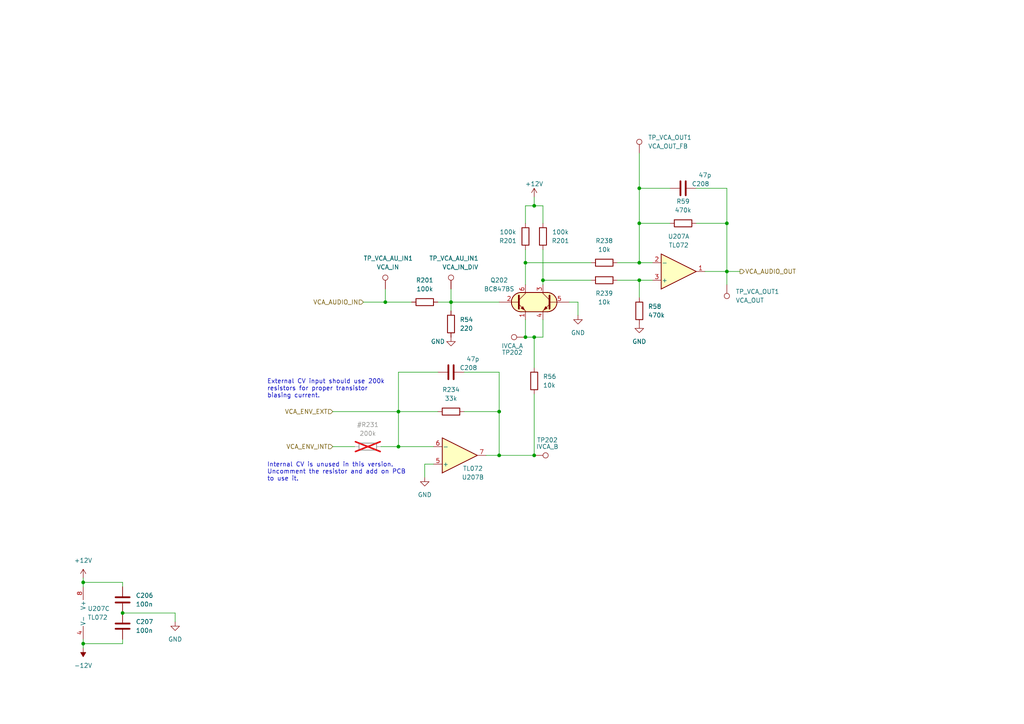
<source format=kicad_sch>
(kicad_sch (version 20231120) (generator "eeschema") (generator_version "8.0")
  (paper "A4")
  (title_block (title "VCA"))
  (lib_symbols
    (symbol "+12V_1" (power) (pin_names (offset 0))
      (property "Value" "+12V_1" (at 0 3.556 0))
      (symbol "+12V_1_0_1"
        (polyline (pts (xy -0.762 1.27) (xy 0 2.54)))
        (polyline (pts (xy 0 0) (xy 0 2.54)))
        (polyline (pts (xy 0 2.54) (xy 0.762 1.27)))
      )
      (symbol "+12V_1_1_1"
        (pin power_in line (at 0 0 90) (length 0) hide (name "+12V") (number "1"))
      )
    )
    (symbol "Amplifier_Operational:TL072" (pin_names (offset 0.127))
      (property "Reference" "U" (at 0 5.08 0))
      (property "Value" "TL072" (at 0 -5.08 0))
      (symbol "TL072_1_1"
        (polyline (pts (xy -5.08 5.08) (xy 5.08 0) (xy -5.08 -5.08) (xy -5.08 5.08)) (stroke (width 0.254)) (fill (type background)))
        (pin output line (at 7.62 0 180) (length 2.54) (name "~") (number "1"))
        (pin input line (at -7.62 -2.54 0) (length 2.54) (name "-") (number "2"))
        (pin input line (at -7.62 2.54 0) (length 2.54) (name "+") (number "3"))
      )
      (symbol "TL072_2_1"
        (polyline (pts (xy -5.08 5.08) (xy 5.08 0) (xy -5.08 -5.08) (xy -5.08 5.08)) (stroke (width 0.254)) (fill (type background)))
        (pin input line (at -7.62 2.54 0) (length 2.54) (name "+") (number "5"))
        (pin input line (at -7.62 -2.54 0) (length 2.54) (name "-") (number "6"))
        (pin output line (at 7.62 0 180) (length 2.54) (name "~") (number "7"))
      )
      (symbol "TL072_3_1"
        (pin power_in line (at -2.54 -7.62 90) (length 3.81) (name "V-") (number "4"))
        (pin power_in line (at -2.54 7.62 270) (length 3.81) (name "V+") (number "8"))
      )
    )
    (symbol "Connector:TestPoint" (pin_numbers hide) (pin_names (offset 0.762) hide)
      (property "Reference" "TP" (at 0 6.858 0))
      (property "Value" "TestPoint" (at 0 5.08 0))
      (symbol "TestPoint_0_1"
        (circle (center 0 3.302) (radius 0.762))
      )
      (symbol "TestPoint_1_1"
        (pin passive line (at 0 0 90) (length 2.54) (name "1") (number "1"))
      )
    )
    (symbol "Device:C" (pin_numbers hide) (pin_names (offset 0.254))
      (property "Reference" "C" (at 0.635 2.54 0))
      (property "Value" "C" (at 0.635 -2.54 0))
      (symbol "C_0_1"
        (polyline (pts (xy -2.032 -0.762) (xy 2.032 -0.762)) (stroke (width 0.508)))
        (polyline (pts (xy -2.032 0.762) (xy 2.032 0.762)) (stroke (width 0.508)))
      )
      (symbol "C_1_1"
        (pin passive line (at 0 3.81 270) (length 2.794) (name "~") (number "1"))
        (pin passive line (at 0 -3.81 90) (length 2.794) (name "~") (number "2"))
      )
    )
    (symbol "Device:R" (pin_numbers hide) (pin_names (offset 0))
      (property "Reference" "R" (at 2.032 0 90))
      (property "Value" "R" (at 0 0 90))
      (symbol "R_0_1"
        (rectangle (start -1.016 -2.54) (end 1.016 2.54) (stroke (width 0.254)))
      )
      (symbol "R_1_1"
        (pin passive line (at 0 3.81 270) (length 1.27) (name "~") (number "1"))
        (pin passive line (at 0 -3.81 90) (length 1.27) (name "~") (number "2"))
      )
    )
    (symbol "GND_2" (power) (pin_names (offset 0))
      (property "Value" "GND_2" (at 0 -3.81 0))
      (symbol "GND_2_0_1"
        (polyline (pts (xy 0 0) (xy 0 -1.27) (xy 1.27 -1.27) (xy 0 -2.54) (xy -1.27 -1.27) (xy 0 -1.27)))
      )
      (symbol "GND_2_1_1"
        (pin power_in line (at 0 0 270) (length 0) hide (name "GND") (number "1"))
      )
    )
    (symbol "GND_3" (power) (pin_names (offset 0))
      (property "Value" "GND_3" (at 0 -3.81 0))
      (symbol "GND_3_0_1"
        (polyline (pts (xy 0 0) (xy 0 -1.27) (xy 1.27 -1.27) (xy 0 -2.54) (xy -1.27 -1.27) (xy 0 -1.27)))
      )
      (symbol "GND_3_1_1"
        (pin power_in line (at 0 0 270) (length 0) hide (name "GND") (number "1"))
      )
    )
    (symbol "GND_4" (power) (pin_names (offset 0))
      (property "Value" "GND_4" (at 0 -3.81 0))
      (symbol "GND_4_0_1"
        (polyline (pts (xy 0 0) (xy 0 -1.27) (xy 1.27 -1.27) (xy 0 -2.54) (xy -1.27 -1.27) (xy 0 -1.27)))
      )
      (symbol "GND_4_1_1"
        (pin power_in line (at 0 0 270) (length 0) hide (name "GND") (number "1"))
      )
    )
    (symbol "PCM_Transistor_BJT_AKL:BC847BS" (pin_names (offset 1.016) hide)
      (property "Reference" "Q" (at 0 15.24 0))
      (property "Value" "BC847BS" (at 0 12.7 0))
      (symbol "BC847BS_0_1"
        (arc (start -3.81 2.794) (mid -6.5919 0) (end -3.81 -2.794) (stroke (width 0.254)) (fill (type background)))
        (polyline (pts (xy -3.81 2.794) (xy 3.81 2.794)) (stroke (width 0.254)))
        (polyline (pts (xy 3.81 -2.794) (xy -3.81 -2.794)) (stroke (width 0.254)))
        (polyline (pts (xy 3.81 2.794) (xy -4.064 2.794) (xy -5.334 2.286) (xy -6.096 1.524) (xy -6.604 0.635) (xy -6.604 -0.508) (xy -6.096 -1.651) (xy -5.334 -2.413) (xy -4.064 -2.794) (xy 4.064 -2.794) (xy 5.334 -2.286) (xy 6.223 -1.397) (xy 6.604 -0.381) (xy 6.35 1.143) (xy 5.461 2.286) (xy 3.937 2.794) (xy 3.429 2.794) (xy 3.048 2.794)) (stroke (width 0.0254)) (fill (type background)))
      )
      (symbol "BC847BS_1_1"
        (polyline (pts (xy -4.445 0.635) (xy -2.54 2.54)))
        (polyline (pts (xy 4.445 0.635) (xy 2.54 2.54)))
        (polyline (pts (xy -4.445 -0.635) (xy -2.54 -2.54) (xy -2.54 -2.54)))
        (polyline (pts (xy -4.445 1.905) (xy -4.445 -1.905) (xy -4.445 -1.905)) (stroke (width 0.508)))
        (polyline (pts (xy 4.445 -0.635) (xy 2.54 -2.54) (xy 2.54 -2.54)))
        (polyline (pts (xy 4.445 1.905) (xy 4.445 -1.905) (xy 4.445 -1.905)) (stroke (width 0.508)))
        (polyline (pts (xy -3.81 -1.778) (xy -3.302 -1.27) (xy -2.794 -2.286) (xy -3.81 -1.778) (xy -3.81 -1.778)) (fill (type outline)))
        (polyline (pts (xy 3.81 -1.778) (xy 3.302 -1.27) (xy 2.794 -2.286) (xy 3.81 -1.778) (xy 3.81 -1.778)) (fill (type outline)))
        (arc (start 3.81 -2.794) (mid 6.5919 0) (end 3.81 2.794) (stroke (width 0.254)))
        (pin passive line (at -2.54 -5.08 90) (length 2.54) (name "E1") (number "1"))
        (pin input line (at -10.16 0 0) (length 5.715) (name "B1") (number "2"))
        (pin passive line (at 2.54 5.08 270) (length 2.54) (name "C2") (number "3"))
        (pin passive line (at 2.54 -5.08 90) (length 2.54) (name "E2") (number "4"))
        (pin input line (at 10.16 0 180) (length 5.715) (name "B2") (number "5"))
        (pin passive line (at -2.54 5.08 270) (length 2.54) (name "C1") (number "6"))
      )
    )
    (symbol "power:+12V" (power) (pin_names (offset 0))
      (property "Value" "+12V" (at 0 3.556 0))
      (symbol "+12V_0_1"
        (polyline (pts (xy -0.762 1.27) (xy 0 2.54)))
        (polyline (pts (xy 0 0) (xy 0 2.54)))
        (polyline (pts (xy 0 2.54) (xy 0.762 1.27)))
      )
      (symbol "+12V_1_1"
        (pin power_in line (at 0 0 90) (length 0) hide (name "+12V") (number "1"))
      )
    )
    (symbol "power:-12V" (power) (pin_names (offset 0))
      (property "Value" "-12V" (at 0 3.81 0))
      (symbol "-12V_0_0"
        (pin power_in line (at 0 0 90) (length 0) hide (name "-12V") (number "1"))
      )
      (symbol "-12V_0_1"
        (polyline (pts (xy 0 0) (xy 0 1.27) (xy 0.762 1.27) (xy 0 2.54) (xy -0.762 1.27) (xy 0 1.27)) (fill (type outline)))
      )
    )
    (symbol "power:GND" (power) (pin_names (offset 0))
      (property "Value" "GND" (at 0 -3.81 0))
      (symbol "GND_0_1"
        (polyline (pts (xy 0 0) (xy 0 -1.27) (xy 1.27 -1.27) (xy 0 -2.54) (xy -1.27 -1.27) (xy 0 -1.27)))
      )
      (symbol "GND_1_1"
        (pin power_in line (at 0 0 270) (length 0) hide (name "GND") (number "1"))
      )
    )
  )
  (junction (at 115.57 129.54))
  (junction (at 152.4 97.79))
  (junction (at 144.78 119.38))
  (junction (at 24.13 168.91))
  (junction (at 24.13 186.69))
  (junction (at 154.94 59.69))
  (junction (at 210.82 64.77))
  (junction (at 185.42 54.61))
  (junction (at 185.42 64.77))
  (junction (at 154.94 97.79))
  (junction (at 154.94 132.08))
  (junction (at 35.56 177.8))
  (junction (at 157.48 81.28))
  (junction (at 210.82 78.74))
  (junction (at 130.81 87.63))
  (junction (at 152.4 76.2))
  (junction (at 144.78 132.08))
  (junction (at 185.42 76.2))
  (junction (at 185.42 81.28))
  (junction (at 115.57 119.38))
  (junction (at 111.76 87.63))
  (wire (pts (xy 115.57 119.38) (xy 127 119.38)))
  (wire (pts (xy 134.62 107.95) (xy 144.78 107.95)))
  (wire (pts (xy 167.64 87.63) (xy 167.64 91.44)))
  (wire (pts (xy 144.78 119.38) (xy 144.78 132.08)))
  (wire (pts (xy 152.4 59.69) (xy 154.94 59.69)))
  (wire (pts (xy 201.93 54.61) (xy 210.82 54.61)))
  (wire (pts (xy 185.42 54.61) (xy 194.31 54.61)))
  (wire (pts (xy 50.8 177.8) (xy 35.56 177.8)))
  (wire (pts (xy 154.94 97.79) (xy 157.48 97.79)))
  (wire (pts (xy 152.4 97.79) (xy 154.94 97.79)))
  (wire (pts (xy 50.8 180.34) (xy 50.8 177.8)))
  (wire (pts (xy 185.42 76.2) (xy 189.23 76.2)))
  (wire (pts (xy 185.42 44.45) (xy 185.42 54.61)))
  (wire (pts (xy 24.13 168.91) (xy 35.56 168.91)))
  (wire (pts (xy 24.13 168.91) (xy 24.13 170.18)))
  (wire (pts (xy 152.4 59.69) (xy 152.4 64.77)))
  (wire (pts (xy 130.81 87.63) (xy 144.78 87.63)))
  (wire (pts (xy 130.81 87.63) (xy 130.81 90.17)))
  (wire (pts (xy 152.4 92.71) (xy 152.4 97.79)))
  (wire (pts (xy 96.52 119.38) (xy 115.57 119.38)))
  (wire (pts (xy 201.93 64.77) (xy 210.82 64.77)))
  (wire (pts (xy 185.42 81.28) (xy 189.23 81.28)))
  (wire (pts (xy 154.94 59.69) (xy 154.94 57.15)))
  (wire (pts (xy 24.13 167.64) (xy 24.13 168.91)))
  (wire (pts (xy 210.82 54.61) (xy 210.82 64.77)))
  (wire (pts (xy 165.1 87.63) (xy 167.64 87.63)))
  (wire (pts (xy 24.13 186.69) (xy 35.56 186.69)))
  (wire (pts (xy 110.49 129.54) (xy 115.57 129.54)))
  (wire (pts (xy 152.4 76.2) (xy 152.4 82.55)))
  (wire (pts (xy 102.87 129.54) (xy 96.52 129.54)))
  (wire (pts (xy 157.48 72.39) (xy 157.48 81.28)))
  (wire (pts (xy 127 107.95) (xy 115.57 107.95)))
  (wire (pts (xy 185.42 54.61) (xy 185.42 64.77)))
  (wire (pts (xy 154.94 97.79) (xy 154.94 106.68)))
  (wire (pts (xy 179.07 81.28) (xy 185.42 81.28)))
  (wire (pts (xy 210.82 78.74) (xy 210.82 82.55)))
  (wire (pts (xy 152.4 72.39) (xy 152.4 76.2)))
  (wire (pts (xy 185.42 64.77) (xy 185.42 76.2)))
  (wire (pts (xy 115.57 107.95) (xy 115.57 119.38)))
  (wire (pts (xy 154.94 132.08) (xy 154.94 114.3)))
  (wire (pts (xy 35.56 170.18) (xy 35.56 168.91)))
  (wire (pts (xy 35.56 185.42) (xy 35.56 186.69)))
  (wire (pts (xy 157.48 97.79) (xy 157.48 92.71)))
  (wire (pts (xy 111.76 83.82) (xy 111.76 87.63)))
  (wire (pts (xy 157.48 59.69) (xy 157.48 64.77)))
  (wire (pts (xy 157.48 81.28) (xy 171.45 81.28)))
  (wire (pts (xy 210.82 78.74) (xy 204.47 78.74)))
  (wire (pts (xy 210.82 64.77) (xy 210.82 78.74)))
  (wire (pts (xy 144.78 132.08) (xy 154.94 132.08)))
  (wire (pts (xy 130.81 83.82) (xy 130.81 87.63)))
  (wire (pts (xy 144.78 107.95) (xy 144.78 119.38)))
  (wire (pts (xy 185.42 81.28) (xy 185.42 86.36)))
  (wire (pts (xy 157.48 59.69) (xy 154.94 59.69)))
  (wire (pts (xy 179.07 76.2) (xy 185.42 76.2)))
  (wire (pts (xy 115.57 119.38) (xy 115.57 129.54)))
  (wire (pts (xy 123.19 134.62) (xy 125.73 134.62)))
  (wire (pts (xy 152.4 76.2) (xy 171.45 76.2)))
  (wire (pts (xy 140.97 132.08) (xy 144.78 132.08)))
  (wire (pts (xy 115.57 129.54) (xy 125.73 129.54)))
  (wire (pts (xy 24.13 187.96) (xy 24.13 186.69)))
  (wire (pts (xy 157.48 81.28) (xy 157.48 82.55)))
  (wire (pts (xy 111.76 87.63) (xy 119.38 87.63)))
  (wire (pts (xy 210.82 78.74) (xy 214.63 78.74)))
  (wire (pts (xy 134.62 119.38) (xy 144.78 119.38)))
  (wire (pts (xy 24.13 186.69) (xy 24.13 185.42)))
  (wire (pts (xy 105.41 87.63) (xy 111.76 87.63)))
  (wire (pts (xy 194.31 64.77) (xy 185.42 64.77)))
  (wire (pts (xy 123.19 134.62) (xy 123.19 138.43)))
  (wire (pts (xy 127 87.63) (xy 130.81 87.63)))
  (text "External CV input should use 200k\nresistors for proper transistor \nbiasing current." (at 77.47 115.57 0) (effects (font (size 1.27 1.27)) (justify left bottom)))
  (text "Internal CV is unused in this version.\nUncomment the resistor and add on PCB\nto use it." (at 77.47 139.7 0) (effects (font (size 1.27 1.27)) (justify left bottom)))
  (hierarchical_label "VCA_AUDIO_IN" (shape input) (at 105.41 87.63 180))
  (hierarchical_label "VCA_ENV_EXT" (shape input) (at 96.52 119.38 180))
  (hierarchical_label "VCA_ENV_INT" (shape input) (at 96.52 129.54 180))
  (hierarchical_label "VCA_AUDIO_OUT" (shape output) (at 214.63 78.74 0))
  (symbol (lib_id "Device:R") (at 185.42 90.17 180) (unit 1)
    (property "Reference" "R58" (at 187.96 88.9 0) (effects (justify right)))
    (property "Value" "470k" (at 187.96 91.44 0) (effects (justify right)))
    (property "Footprint" "Resistor_SMD:R_0603_1608Metric" (effects (hide yes)))
    (property "LCSC" "C23178" (effects (hide yes)))
    (property "Vendor" "JLCPCB" (effects (hide yes)))
    (instances (project "shmoergh-funk-live-control" (path "" (reference "R58") (unit 1))) (project "core-rev-3" (path "" (reference "R240") (unit 1))))
  )
  (symbol (lib_id "Device:C") (at 35.56 173.99 0) (unit 1)
    (property "Reference" "C206" (at 39.37 172.72 0) (effects (justify left)))
    (property "Value" "100n" (at 39.37 175.26 0) (effects (justify left)))
    (property "Footprint" "Capacitor_SMD:C_0603_1608Metric" (effects (hide yes)))
    (property "LCSC" "C14663" (effects (hide yes)))
    (property "Vendor" "JLCPCB" (effects (hide yes)))
    (instances (project "A-psu-voice-proto-4l" (path "" (reference "C206") (unit 1))) (project "core-rev-3" (path "" (reference "C206") (unit 1)) (path "" (reference "C221") (unit 1))) (project "hog-v2-voice-proto" (path "" (reference "C206") (unit 1))))
  )
  (symbol (lib_id "Device:R") (at 106.68 129.54 90) (unit 1) (in_bom no) (dnp yes)
    (property "Reference" "#R231" (at 106.68 123.19 90))
    (property "Value" "200k" (at 106.68 125.73 90))
    (property "Footprint" "Resistor_SMD:R_0603_1608Metric" (effects (hide yes)))
    (property "LCSC" "C25811" (effects (hide yes)))
  )
  (symbol (lib_id "Connector:TestPoint") (at 210.82 82.55 180) (unit 1) (in_bom no)
    (property "Reference" "TP_VCA_OUT1" (at 213.36 84.582 0) (effects (justify right)))
    (property "Value" "VCA_OUT" (at 213.36 87.122 0) (effects (justify right)))
    (property "Footprint" "TestPoint:TestPoint_THTPad_D1.5mm_Drill0.7mm" (effects (hide yes)))
    (instances (project "shmoergh-funk-live-control" (path "" (reference "TP_VCA_OUT1") (unit 1))) (project "core-rev-3" (path "" (reference "TP_VCA_OUT201") (unit 1))))
  )
  (symbol (lib_id "power:+12V") (at 24.13 167.64 0) (unit 1)
    (property "Reference" "#PWR0246" (effects (hide yes)))
    (property "Value" "+12V" (at 24.13 162.56 0))
  )
  (symbol (lib_id "Device:C") (at 198.12 54.61 90) (unit 1)
    (property "Reference" "C208" (at 203.2 53.34 90))
    (property "Value" "47p" (at 204.47 50.8 90))
    (property "Footprint" "Capacitor_SMD:C_0603_1608Metric" (effects (hide yes)))
    (property "LCSC" "C1671" (effects (hide yes)))
    (property "Vendor" "JLCPCB" (effects (hide yes)))
    (instances (project "A-psu-voice-proto-4l" (path "" (reference "C208") (unit 1))) (project "core-rev-3" (path "" (reference "C205") (unit 1)) (path "" (reference "C215") (unit 1)) (path "" (reference "C282") (unit 1)) (path "" (reference "C285") (unit 1))) (project "hog-v2-voice-proto" (path "" (reference "C208") (unit 1))))
  )
  (symbol (lib_name "GND_2") (lib_id "power:GND") (at 130.81 97.79 0) (unit 1)
    (property "Reference" "#PWR0109" (effects (hide yes)))
    (property "Value" "GND" (at 127 99.06 0))
    (instances (project "shmoergh-funk-live-control" (path "" (reference "#PWR0109") (unit 1))) (project "core-rev-3" (path "" (reference "#PWR0250") (unit 1))))
  )
  (symbol (lib_id "Connector:TestPoint") (at 111.76 83.82 0) (unit 1) (in_bom no)
    (property "Reference" "TP_VCA_AU_IN1" (at 105.41 74.93 0) (effects (justify left)))
    (property "Value" "VCA_IN" (at 109.22 77.47 0) (effects (justify left)))
    (property "Footprint" "TestPoint:TestPoint_THTPad_D2.0mm_Drill1.0mm" (effects (hide yes)))
    (instances (project "shmoergh-funk-live-control" (path "" (reference "TP_VCA_AU_IN1") (unit 1))) (project "core-rev-3" (path "" (reference "TP_VCA_AU_IN202") (unit 1))))
  )
  (symbol (lib_id "Device:R") (at 130.81 119.38 90) (unit 1)
    (property "Reference" "R234" (at 130.81 113.03 90))
    (property "Value" "33k" (at 130.81 115.57 90))
    (property "Footprint" "Resistor_SMD:R_0603_1608Metric" (effects (hide yes)))
    (property "LCSC" "C4216" (effects (hide yes)))
    (property "Vendor" "JLCPCB" (effects (hide yes)))
  )
  (symbol (lib_id "Device:R") (at 175.26 76.2 90) (unit 1)
    (property "Reference" "R238" (at 175.26 69.85 90))
    (property "Value" "10k" (at 175.26 72.39 90))
    (property "Footprint" "Resistor_SMD:R_0603_1608Metric" (effects (hide yes)))
    (property "LCSC" "C25804" (effects (hide yes)))
    (property "Vendor" "JLCPCB" (effects (hide yes)))
  )
  (symbol (lib_id "Device:C") (at 35.56 181.61 0) (unit 1)
    (property "Reference" "C207" (at 39.37 180.34 0) (effects (justify left)))
    (property "Value" "100n" (at 39.37 182.88 0) (effects (justify left)))
    (property "Footprint" "Capacitor_SMD:C_0603_1608Metric" (effects (hide yes)))
    (property "LCSC" "C14663" (effects (hide yes)))
    (property "Vendor" "JLCPCB" (effects (hide yes)))
    (instances (project "A-psu-voice-proto-4l" (path "" (reference "C207") (unit 1))) (project "core-rev-3" (path "" (reference "C207") (unit 1)) (path "" (reference "C222") (unit 1))) (project "hog-v2-voice-proto" (path "" (reference "C207") (unit 1))))
  )
  (symbol (lib_id "Device:R") (at 198.12 64.77 90) (unit 1)
    (property "Reference" "R59" (at 198.12 58.42 90))
    (property "Value" "470k" (at 198.12 60.96 90))
    (property "Footprint" "Resistor_SMD:R_0603_1608Metric" (effects (hide yes)))
    (property "LCSC" "C23178" (effects (hide yes)))
    (property "Vendor" "JLCPCB" (effects (hide yes)))
    (instances (project "shmoergh-funk-live-control" (path "" (reference "R59") (unit 1))) (project "core-rev-3" (path "" (reference "R241") (unit 1))))
  )
  (symbol (lib_id "Device:R") (at 154.94 110.49 180) (unit 1)
    (property "Reference" "R56" (at 157.48 109.22 0) (effects (justify right)))
    (property "Value" "10k" (at 157.48 111.76 0) (effects (justify right)))
    (property "Footprint" "Resistor_SMD:R_0603_1608Metric" (effects (hide yes)))
    (property "LCSC" "C25804" (effects (hide yes)))
    (property "Vendor" "JLCPCB" (effects (hide yes)))
    (instances (project "shmoergh-funk-live-control" (path "" (reference "R56") (unit 1))) (project "core-rev-3" (path "" (reference "R236") (unit 1))))
  )
  (symbol (lib_id "Connector:TestPoint") (at 130.81 83.82 0) (unit 1) (in_bom no)
    (property "Reference" "TP_VCA_AU_IN1" (at 124.46 74.93 0) (effects (justify left)))
    (property "Value" "VCA_IN_DIV" (at 128.27 77.47 0) (effects (justify left)))
    (property "Footprint" "TestPoint:TestPoint_THTPad_D2.0mm_Drill1.0mm" (effects (hide yes)))
    (instances (project "shmoergh-funk-live-control" (path "" (reference "TP_VCA_AU_IN1") (unit 1))) (project "core-rev-3" (path "" (reference "TP_VCA_AU_IN201") (unit 1))))
  )
  (symbol (lib_name "+12V_1") (lib_id "power:+12V") (at 154.94 57.15 0) (unit 1)
    (property "Reference" "#PWR0110" (effects (hide yes)))
    (property "Value" "+12V" (at 154.94 53.34 0))
    (instances (project "shmoergh-funk-live-control" (path "" (reference "#PWR0110") (unit 1))) (project "core-rev-3" (path "" (reference "#PWR0251") (unit 1))))
  )
  (symbol (lib_id "Device:R") (at 175.26 81.28 90) (unit 1)
    (property "Reference" "R239" (at 175.26 85.09 90))
    (property "Value" "10k" (at 175.26 87.63 90))
    (property "Footprint" "Resistor_SMD:R_0603_1608Metric" (effects (hide yes)))
    (property "LCSC" "C25804" (effects (hide yes)))
    (property "Vendor" "JLCPCB" (effects (hide yes)))
  )
  (symbol (lib_id "Connector:TestPoint") (at 152.4 97.79 90) (unit 1) (in_bom no)
    (property "Reference" "TP202" (at 148.59 102.235 90))
    (property "Value" "IVCA_A" (at 148.59 100.33 90))
    (property "Footprint" "TestPoint:TestPoint_THTPad_2.0x2.0mm_Drill1.0mm" (effects (hide yes)))
    (instances (project "core-rev-3" (path "" (reference "TP202") (unit 1)) (path "" (reference "TP209") (unit 1)) (path "" (reference "TP210") (unit 1)) (path "" (reference "TP206") (unit 1)) (path "" (reference "TP225") (unit 1))))
  )
  (symbol (lib_id "Device:C") (at 130.81 107.95 90) (unit 1)
    (property "Reference" "C208" (at 135.89 106.68 90))
    (property "Value" "47p" (at 137.16 104.14 90))
    (property "Footprint" "Capacitor_SMD:C_0603_1608Metric" (effects (hide yes)))
    (property "LCSC" "C1671" (effects (hide yes)))
    (property "Vendor" "JLCPCB" (effects (hide yes)))
    (instances (project "A-psu-voice-proto-4l" (path "" (reference "C208") (unit 1))) (project "core-rev-3" (path "" (reference "C205") (unit 1)) (path "" (reference "C215") (unit 1)) (path "" (reference "C282") (unit 1)) (path "" (reference "C284") (unit 1))) (project "hog-v2-voice-proto" (path "" (reference "C208") (unit 1))))
  )
  (symbol (lib_name "GND_3") (lib_id "power:GND") (at 185.42 93.98 0) (unit 1)
    (property "Reference" "#PWR0113" (effects (hide yes)))
    (property "Value" "GND" (at 185.42 99.06 0))
    (instances (project "shmoergh-funk-live-control" (path "" (reference "#PWR0113") (unit 1))) (project "core-rev-3" (path "" (reference "#PWR0253") (unit 1))))
  )
  (symbol (lib_id "power:GND") (at 50.8 180.34 0) (unit 1)
    (property "Reference" "#PWR0248" (effects (hide yes)))
    (property "Value" "GND" (at 50.8 185.42 0))
  )
  (symbol (lib_id "Device:R") (at 157.48 68.58 180) (unit 1)
    (property "Reference" "R201" (at 162.56 69.85 0))
    (property "Value" "100k" (at 162.56 67.31 0))
    (property "Footprint" "Resistor_SMD:R_0603_1608Metric" (effects (hide yes)))
    (property "LCSC" "C25803" (effects (hide yes)))
    (property "Vendor" "JLCPCB" (effects (hide yes)))
    (instances (project "A-psu-voice-proto-4l" (path "" (reference "R201") (unit 1))) (project "core-rev-3" (path "" (reference "R201") (unit 1)) (path "" (reference "R238") (unit 1)) (path "" (reference "R237") (unit 1))) (project "hog-v2-voice-proto" (path "" (reference "R201") (unit 1))))
  )
  (symbol (lib_id "power:GND") (at 123.19 138.43 0) (unit 1)
    (property "Reference" "#PWR0249" (effects (hide yes)))
    (property "Value" "GND" (at 123.19 143.51 0))
  )
  (symbol (lib_id "Connector:TestPoint") (at 154.94 132.08 270) (unit 1) (in_bom no)
    (property "Reference" "TP202" (at 158.75 127.635 90))
    (property "Value" "IVCA_B" (at 158.75 129.54 90))
    (property "Footprint" "TestPoint:TestPoint_THTPad_2.0x2.0mm_Drill1.0mm" (effects (hide yes)))
    (instances (project "core-rev-3" (path "" (reference "TP202") (unit 1)) (path "" (reference "TP209") (unit 1)) (path "" (reference "TP210") (unit 1)) (path "" (reference "TP206") (unit 1)) (path "" (reference "TP226") (unit 1))))
  )
  (symbol (lib_id "Amplifier_Operational:TL072") (at 133.35 132.08 0) (mirror x) (unit 2)
    (property "Reference" "U207" (at 137.16 138.43 0))
    (property "Value" "TL072" (at 137.16 135.89 0))
    (property "Footprint" "Package_SO:SOIC-8_3.9x4.9mm_P1.27mm" (effects (hide yes)))
    (property "Datasheet" "http://www.ti.com/lit/ds/symlink/tl071.pdf" (effects (hide yes)))
    (property "LCSC" "C6961" (effects (hide yes)))
    (property "Vendor" "JLCPCB" (effects (hide yes)))
  )
  (symbol (lib_id "Amplifier_Operational:TL072") (at 26.67 177.8 0) (unit 3)
    (property "Reference" "U207" (at 25.4 176.53 0) (effects (justify left)))
    (property "Value" "TL072" (at 25.4 179.07 0) (effects (justify left)))
    (property "Footprint" "Package_SO:SOIC-8_3.9x4.9mm_P1.27mm" (effects (hide yes)))
    (property "Datasheet" "http://www.ti.com/lit/ds/symlink/tl071.pdf" (effects (hide yes)))
    (property "LCSC" "C6961" (effects (hide yes)))
    (property "Vendor" "JLCPCB" (effects (hide yes)))
  )
  (symbol (lib_id "Amplifier_Operational:TL072") (at 196.85 78.74 0) (mirror x) (unit 1)
    (property "Reference" "U207" (at 196.85 68.58 0))
    (property "Value" "TL072" (at 196.85 71.12 0))
    (property "Footprint" "Package_SO:SOIC-8_3.9x4.9mm_P1.27mm" (effects (hide yes)))
    (property "Datasheet" "http://www.ti.com/lit/ds/symlink/tl071.pdf" (effects (hide yes)))
    (property "LCSC" "C6961" (effects (hide yes)))
    (property "Vendor" "JLCPCB" (effects (hide yes)))
  )
  (symbol (lib_id "Device:R") (at 130.81 93.98 0) (unit 1)
    (property "Reference" "R54" (at 133.35 92.71 0) (effects (justify left)))
    (property "Value" "220" (at 133.35 95.25 0) (effects (justify left)))
    (property "Footprint" "Resistor_SMD:R_0603_1608Metric" (effects (hide yes)))
    (property "Field4" "C22962" (effects (hide yes)))
    (property "LCSC" "JLCPCB" (effects (hide yes)))
    (instances (project "shmoergh-funk-live-control" (path "" (reference "R54") (unit 1))) (project "core-rev-3" (path "" (reference "R233") (unit 1))))
  )
  (symbol (lib_id "Connector:TestPoint") (at 185.42 44.45 0) (unit 1) (in_bom no)
    (property "Reference" "TP_VCA_OUT1" (at 187.96 39.878 0) (effects (justify left)))
    (property "Value" "VCA_OUT_FB" (at 187.96 42.418 0) (effects (justify left)))
    (property "Footprint" "TestPoint:TestPoint_THTPad_D1.5mm_Drill0.7mm" (effects (hide yes)))
    (instances (project "shmoergh-funk-live-control" (path "" (reference "TP_VCA_OUT1") (unit 1))) (project "core-rev-3" (path "" (reference "TP_VCA_OUT202") (unit 1))))
  )
  (symbol (lib_id "Device:R") (at 123.19 87.63 90) (unit 1)
    (property "Reference" "R201" (at 123.19 81.28 90))
    (property "Value" "100k" (at 123.19 83.82 90))
    (property "Footprint" "Resistor_SMD:R_0603_1608Metric" (effects (hide yes)))
    (property "LCSC" "C25803" (effects (hide yes)))
    (property "Vendor" "JLCPCB" (effects (hide yes)))
    (instances (project "A-psu-voice-proto-4l" (path "" (reference "R201") (unit 1))) (project "core-rev-3" (path "" (reference "R201") (unit 1)) (path "" (reference "R238") (unit 1)) (path "" (reference "R232") (unit 1))) (project "hog-v2-voice-proto" (path "" (reference "R201") (unit 1))))
  )
  (symbol (lib_name "GND_4") (lib_id "power:GND") (at 167.64 91.44 0) (unit 1)
    (property "Reference" "#PWR0112" (effects (hide yes)))
    (property "Value" "GND" (at 167.64 96.52 0))
    (instances (project "shmoergh-funk-live-control" (path "" (reference "#PWR0112") (unit 1))) (project "core-rev-3" (path "" (reference "#PWR0252") (unit 1))))
  )
  (symbol (lib_id "power:-12V") (at 24.13 187.96 180) (unit 1)
    (property "Reference" "#PWR0247" (effects (hide yes)))
    (property "Value" "-12V" (at 24.13 193.04 0))
  )
  (symbol (lib_id "Device:R") (at 152.4 68.58 180) (unit 1)
    (property "Reference" "R201" (at 147.32 69.85 0))
    (property "Value" "100k" (at 147.32 67.31 0))
    (property "Footprint" "Resistor_SMD:R_0603_1608Metric" (effects (hide yes)))
    (property "LCSC" "C25803" (effects (hide yes)))
    (property "Vendor" "JLCPCB" (effects (hide yes)))
    (instances (project "A-psu-voice-proto-4l" (path "" (reference "R201") (unit 1))) (project "core-rev-3" (path "" (reference "R201") (unit 1)) (path "" (reference "R238") (unit 1)) (path "" (reference "R235") (unit 1))) (project "hog-v2-voice-proto" (path "" (reference "R201") (unit 1))))
  )
  (symbol (lib_id "PCM_Transistor_BJT_AKL:BC847BS") (at 154.94 87.63 0) (unit 1)
    (property "Reference" "Q202" (at 144.78 81.28 0))
    (property "Value" "BC847BS" (at 144.78 83.82 0))
    (property "Footprint" "Package_TO_SOT_SMD:SOT-363_SC-70-6" (effects (hide yes)))
    (property "Datasheet" "https://www.tme.eu/Document/82748fbc26f250e671ae2786c3be5a04/BC847BS.115.pdf" (effects (hide yes)))
    (property "LCSC" "C5380687" (effects (hide yes)))
    (property "Vendor" "JLCPCB" (effects (hide yes)))
    (instances (project "A-psu-voice-proto-4l" (path "" (reference "Q202") (unit 1))) (project "core-rev-3" (path "" (reference "Q202") (unit 1)) (path "" (reference "Q207") (unit 1))) (project "hog-v2-voice-proto" (path "" (reference "Q202") (unit 1))))
  )
)
</source>
